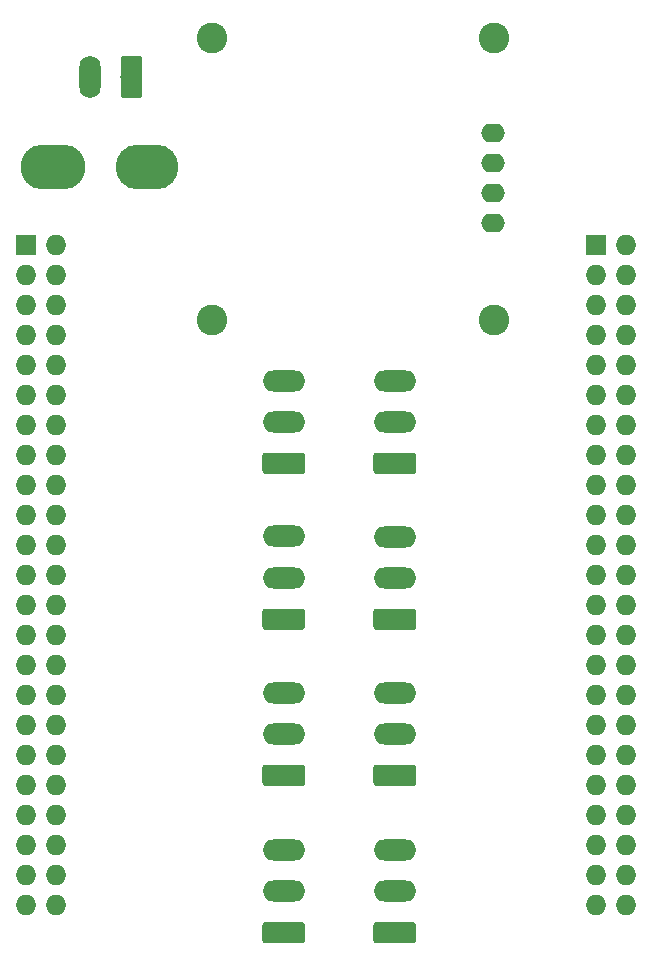
<source format=gbr>
%TF.GenerationSoftware,KiCad,Pcbnew,(5.1.4)-1*%
%TF.CreationDate,2021-10-25T09:14:50+02:00*%
%TF.ProjectId,bbb-diffcape,6262622d-6469-4666-9663-6170652e6b69,rev?*%
%TF.SameCoordinates,Original*%
%TF.FileFunction,Soldermask,Bot*%
%TF.FilePolarity,Negative*%
%FSLAX46Y46*%
G04 Gerber Fmt 4.6, Leading zero omitted, Abs format (unit mm)*
G04 Created by KiCad (PCBNEW (5.1.4)-1) date 2021-10-25 09:14:50*
%MOMM*%
%LPD*%
G04 APERTURE LIST*
%ADD10R,1.727200X1.727200*%
%ADD11O,1.727200X1.727200*%
%ADD12O,5.300000X3.800000*%
%ADD13O,5.500000X3.800000*%
%ADD14O,3.600000X1.800000*%
%ADD15C,0.100000*%
%ADD16C,1.800000*%
%ADD17O,1.800000X3.600000*%
%ADD18O,2.000000X1.600000*%
%ADD19C,2.600000*%
G04 APERTURE END LIST*
D10*
%TO.C,P8*%
X164630100Y-62382400D03*
D11*
X167170100Y-62382400D03*
X164630100Y-64922400D03*
X167170100Y-64922400D03*
X164630100Y-67462400D03*
X167170100Y-67462400D03*
X164630100Y-70002400D03*
X167170100Y-70002400D03*
X164630100Y-72542400D03*
X167170100Y-72542400D03*
X164630100Y-75082400D03*
X167170100Y-75082400D03*
X164630100Y-77622400D03*
X167170100Y-77622400D03*
X164630100Y-80162400D03*
X167170100Y-80162400D03*
X164630100Y-82702400D03*
X167170100Y-82702400D03*
X164630100Y-85242400D03*
X167170100Y-85242400D03*
X164630100Y-87782400D03*
X167170100Y-87782400D03*
X164630100Y-90322400D03*
X167170100Y-90322400D03*
X164630100Y-92862400D03*
X167170100Y-92862400D03*
X164630100Y-95402400D03*
X167170100Y-95402400D03*
X164630100Y-97942400D03*
X167170100Y-97942400D03*
X164630100Y-100482400D03*
X167170100Y-100482400D03*
X164630100Y-103022400D03*
X167170100Y-103022400D03*
X164630100Y-105562400D03*
X167170100Y-105562400D03*
X164630100Y-108102400D03*
X167170100Y-108102400D03*
X164630100Y-110642400D03*
X167170100Y-110642400D03*
X164630100Y-113182400D03*
X167170100Y-113182400D03*
X164630100Y-115722400D03*
X167170100Y-115722400D03*
X164630100Y-118262400D03*
X167170100Y-118262400D03*
%TD*%
D12*
%TO.C,F1*%
X126656100Y-55778400D03*
D13*
X118656100Y-55778400D03*
%TD*%
D14*
%TO.C,J9*%
X138214100Y-73868400D03*
X138214100Y-77368400D03*
D15*
G36*
X139788604Y-79969604D02*
G01*
X139812873Y-79973204D01*
X139836671Y-79979165D01*
X139859771Y-79987430D01*
X139881949Y-79997920D01*
X139902993Y-80010533D01*
X139922698Y-80025147D01*
X139940877Y-80041623D01*
X139957353Y-80059802D01*
X139971967Y-80079507D01*
X139984580Y-80100551D01*
X139995070Y-80122729D01*
X140003335Y-80145829D01*
X140009296Y-80169627D01*
X140012896Y-80193896D01*
X140014100Y-80218400D01*
X140014100Y-81518400D01*
X140012896Y-81542904D01*
X140009296Y-81567173D01*
X140003335Y-81590971D01*
X139995070Y-81614071D01*
X139984580Y-81636249D01*
X139971967Y-81657293D01*
X139957353Y-81676998D01*
X139940877Y-81695177D01*
X139922698Y-81711653D01*
X139902993Y-81726267D01*
X139881949Y-81738880D01*
X139859771Y-81749370D01*
X139836671Y-81757635D01*
X139812873Y-81763596D01*
X139788604Y-81767196D01*
X139764100Y-81768400D01*
X136664100Y-81768400D01*
X136639596Y-81767196D01*
X136615327Y-81763596D01*
X136591529Y-81757635D01*
X136568429Y-81749370D01*
X136546251Y-81738880D01*
X136525207Y-81726267D01*
X136505502Y-81711653D01*
X136487323Y-81695177D01*
X136470847Y-81676998D01*
X136456233Y-81657293D01*
X136443620Y-81636249D01*
X136433130Y-81614071D01*
X136424865Y-81590971D01*
X136418904Y-81567173D01*
X136415304Y-81542904D01*
X136414100Y-81518400D01*
X136414100Y-80218400D01*
X136415304Y-80193896D01*
X136418904Y-80169627D01*
X136424865Y-80145829D01*
X136433130Y-80122729D01*
X136443620Y-80100551D01*
X136456233Y-80079507D01*
X136470847Y-80059802D01*
X136487323Y-80041623D01*
X136505502Y-80025147D01*
X136525207Y-80010533D01*
X136546251Y-79997920D01*
X136568429Y-79987430D01*
X136591529Y-79979165D01*
X136615327Y-79973204D01*
X136639596Y-79969604D01*
X136664100Y-79968400D01*
X139764100Y-79968400D01*
X139788604Y-79969604D01*
X139788604Y-79969604D01*
G37*
D16*
X138214100Y-80868400D03*
%TD*%
D14*
%TO.C,J8*%
X147612100Y-73868400D03*
X147612100Y-77368400D03*
D15*
G36*
X149186604Y-79969604D02*
G01*
X149210873Y-79973204D01*
X149234671Y-79979165D01*
X149257771Y-79987430D01*
X149279949Y-79997920D01*
X149300993Y-80010533D01*
X149320698Y-80025147D01*
X149338877Y-80041623D01*
X149355353Y-80059802D01*
X149369967Y-80079507D01*
X149382580Y-80100551D01*
X149393070Y-80122729D01*
X149401335Y-80145829D01*
X149407296Y-80169627D01*
X149410896Y-80193896D01*
X149412100Y-80218400D01*
X149412100Y-81518400D01*
X149410896Y-81542904D01*
X149407296Y-81567173D01*
X149401335Y-81590971D01*
X149393070Y-81614071D01*
X149382580Y-81636249D01*
X149369967Y-81657293D01*
X149355353Y-81676998D01*
X149338877Y-81695177D01*
X149320698Y-81711653D01*
X149300993Y-81726267D01*
X149279949Y-81738880D01*
X149257771Y-81749370D01*
X149234671Y-81757635D01*
X149210873Y-81763596D01*
X149186604Y-81767196D01*
X149162100Y-81768400D01*
X146062100Y-81768400D01*
X146037596Y-81767196D01*
X146013327Y-81763596D01*
X145989529Y-81757635D01*
X145966429Y-81749370D01*
X145944251Y-81738880D01*
X145923207Y-81726267D01*
X145903502Y-81711653D01*
X145885323Y-81695177D01*
X145868847Y-81676998D01*
X145854233Y-81657293D01*
X145841620Y-81636249D01*
X145831130Y-81614071D01*
X145822865Y-81590971D01*
X145816904Y-81567173D01*
X145813304Y-81542904D01*
X145812100Y-81518400D01*
X145812100Y-80218400D01*
X145813304Y-80193896D01*
X145816904Y-80169627D01*
X145822865Y-80145829D01*
X145831130Y-80122729D01*
X145841620Y-80100551D01*
X145854233Y-80079507D01*
X145868847Y-80059802D01*
X145885323Y-80041623D01*
X145903502Y-80025147D01*
X145923207Y-80010533D01*
X145944251Y-79997920D01*
X145966429Y-79987430D01*
X145989529Y-79979165D01*
X146013327Y-79973204D01*
X146037596Y-79969604D01*
X146062100Y-79968400D01*
X149162100Y-79968400D01*
X149186604Y-79969604D01*
X149186604Y-79969604D01*
G37*
D16*
X147612100Y-80868400D03*
%TD*%
D14*
%TO.C,J7*%
X138214100Y-87068900D03*
X138214100Y-90568900D03*
D15*
G36*
X139788604Y-93170104D02*
G01*
X139812873Y-93173704D01*
X139836671Y-93179665D01*
X139859771Y-93187930D01*
X139881949Y-93198420D01*
X139902993Y-93211033D01*
X139922698Y-93225647D01*
X139940877Y-93242123D01*
X139957353Y-93260302D01*
X139971967Y-93280007D01*
X139984580Y-93301051D01*
X139995070Y-93323229D01*
X140003335Y-93346329D01*
X140009296Y-93370127D01*
X140012896Y-93394396D01*
X140014100Y-93418900D01*
X140014100Y-94718900D01*
X140012896Y-94743404D01*
X140009296Y-94767673D01*
X140003335Y-94791471D01*
X139995070Y-94814571D01*
X139984580Y-94836749D01*
X139971967Y-94857793D01*
X139957353Y-94877498D01*
X139940877Y-94895677D01*
X139922698Y-94912153D01*
X139902993Y-94926767D01*
X139881949Y-94939380D01*
X139859771Y-94949870D01*
X139836671Y-94958135D01*
X139812873Y-94964096D01*
X139788604Y-94967696D01*
X139764100Y-94968900D01*
X136664100Y-94968900D01*
X136639596Y-94967696D01*
X136615327Y-94964096D01*
X136591529Y-94958135D01*
X136568429Y-94949870D01*
X136546251Y-94939380D01*
X136525207Y-94926767D01*
X136505502Y-94912153D01*
X136487323Y-94895677D01*
X136470847Y-94877498D01*
X136456233Y-94857793D01*
X136443620Y-94836749D01*
X136433130Y-94814571D01*
X136424865Y-94791471D01*
X136418904Y-94767673D01*
X136415304Y-94743404D01*
X136414100Y-94718900D01*
X136414100Y-93418900D01*
X136415304Y-93394396D01*
X136418904Y-93370127D01*
X136424865Y-93346329D01*
X136433130Y-93323229D01*
X136443620Y-93301051D01*
X136456233Y-93280007D01*
X136470847Y-93260302D01*
X136487323Y-93242123D01*
X136505502Y-93225647D01*
X136525207Y-93211033D01*
X136546251Y-93198420D01*
X136568429Y-93187930D01*
X136591529Y-93179665D01*
X136615327Y-93173704D01*
X136639596Y-93170104D01*
X136664100Y-93168900D01*
X139764100Y-93168900D01*
X139788604Y-93170104D01*
X139788604Y-93170104D01*
G37*
D16*
X138214100Y-94068900D03*
%TD*%
D14*
%TO.C,J6*%
X147612100Y-87076400D03*
X147612100Y-90576400D03*
D15*
G36*
X149186604Y-93177604D02*
G01*
X149210873Y-93181204D01*
X149234671Y-93187165D01*
X149257771Y-93195430D01*
X149279949Y-93205920D01*
X149300993Y-93218533D01*
X149320698Y-93233147D01*
X149338877Y-93249623D01*
X149355353Y-93267802D01*
X149369967Y-93287507D01*
X149382580Y-93308551D01*
X149393070Y-93330729D01*
X149401335Y-93353829D01*
X149407296Y-93377627D01*
X149410896Y-93401896D01*
X149412100Y-93426400D01*
X149412100Y-94726400D01*
X149410896Y-94750904D01*
X149407296Y-94775173D01*
X149401335Y-94798971D01*
X149393070Y-94822071D01*
X149382580Y-94844249D01*
X149369967Y-94865293D01*
X149355353Y-94884998D01*
X149338877Y-94903177D01*
X149320698Y-94919653D01*
X149300993Y-94934267D01*
X149279949Y-94946880D01*
X149257771Y-94957370D01*
X149234671Y-94965635D01*
X149210873Y-94971596D01*
X149186604Y-94975196D01*
X149162100Y-94976400D01*
X146062100Y-94976400D01*
X146037596Y-94975196D01*
X146013327Y-94971596D01*
X145989529Y-94965635D01*
X145966429Y-94957370D01*
X145944251Y-94946880D01*
X145923207Y-94934267D01*
X145903502Y-94919653D01*
X145885323Y-94903177D01*
X145868847Y-94884998D01*
X145854233Y-94865293D01*
X145841620Y-94844249D01*
X145831130Y-94822071D01*
X145822865Y-94798971D01*
X145816904Y-94775173D01*
X145813304Y-94750904D01*
X145812100Y-94726400D01*
X145812100Y-93426400D01*
X145813304Y-93401896D01*
X145816904Y-93377627D01*
X145822865Y-93353829D01*
X145831130Y-93330729D01*
X145841620Y-93308551D01*
X145854233Y-93287507D01*
X145868847Y-93267802D01*
X145885323Y-93249623D01*
X145903502Y-93233147D01*
X145923207Y-93218533D01*
X145944251Y-93205920D01*
X145966429Y-93195430D01*
X145989529Y-93187165D01*
X146013327Y-93181204D01*
X146037596Y-93177604D01*
X146062100Y-93176400D01*
X149162100Y-93176400D01*
X149186604Y-93177604D01*
X149186604Y-93177604D01*
G37*
D16*
X147612100Y-94076400D03*
%TD*%
D14*
%TO.C,J5*%
X138214100Y-100284400D03*
X138214100Y-103784400D03*
D15*
G36*
X139788604Y-106385604D02*
G01*
X139812873Y-106389204D01*
X139836671Y-106395165D01*
X139859771Y-106403430D01*
X139881949Y-106413920D01*
X139902993Y-106426533D01*
X139922698Y-106441147D01*
X139940877Y-106457623D01*
X139957353Y-106475802D01*
X139971967Y-106495507D01*
X139984580Y-106516551D01*
X139995070Y-106538729D01*
X140003335Y-106561829D01*
X140009296Y-106585627D01*
X140012896Y-106609896D01*
X140014100Y-106634400D01*
X140014100Y-107934400D01*
X140012896Y-107958904D01*
X140009296Y-107983173D01*
X140003335Y-108006971D01*
X139995070Y-108030071D01*
X139984580Y-108052249D01*
X139971967Y-108073293D01*
X139957353Y-108092998D01*
X139940877Y-108111177D01*
X139922698Y-108127653D01*
X139902993Y-108142267D01*
X139881949Y-108154880D01*
X139859771Y-108165370D01*
X139836671Y-108173635D01*
X139812873Y-108179596D01*
X139788604Y-108183196D01*
X139764100Y-108184400D01*
X136664100Y-108184400D01*
X136639596Y-108183196D01*
X136615327Y-108179596D01*
X136591529Y-108173635D01*
X136568429Y-108165370D01*
X136546251Y-108154880D01*
X136525207Y-108142267D01*
X136505502Y-108127653D01*
X136487323Y-108111177D01*
X136470847Y-108092998D01*
X136456233Y-108073293D01*
X136443620Y-108052249D01*
X136433130Y-108030071D01*
X136424865Y-108006971D01*
X136418904Y-107983173D01*
X136415304Y-107958904D01*
X136414100Y-107934400D01*
X136414100Y-106634400D01*
X136415304Y-106609896D01*
X136418904Y-106585627D01*
X136424865Y-106561829D01*
X136433130Y-106538729D01*
X136443620Y-106516551D01*
X136456233Y-106495507D01*
X136470847Y-106475802D01*
X136487323Y-106457623D01*
X136505502Y-106441147D01*
X136525207Y-106426533D01*
X136546251Y-106413920D01*
X136568429Y-106403430D01*
X136591529Y-106395165D01*
X136615327Y-106389204D01*
X136639596Y-106385604D01*
X136664100Y-106384400D01*
X139764100Y-106384400D01*
X139788604Y-106385604D01*
X139788604Y-106385604D01*
G37*
D16*
X138214100Y-107284400D03*
%TD*%
D14*
%TO.C,J4*%
X147612100Y-100284400D03*
X147612100Y-103784400D03*
D15*
G36*
X149186604Y-106385604D02*
G01*
X149210873Y-106389204D01*
X149234671Y-106395165D01*
X149257771Y-106403430D01*
X149279949Y-106413920D01*
X149300993Y-106426533D01*
X149320698Y-106441147D01*
X149338877Y-106457623D01*
X149355353Y-106475802D01*
X149369967Y-106495507D01*
X149382580Y-106516551D01*
X149393070Y-106538729D01*
X149401335Y-106561829D01*
X149407296Y-106585627D01*
X149410896Y-106609896D01*
X149412100Y-106634400D01*
X149412100Y-107934400D01*
X149410896Y-107958904D01*
X149407296Y-107983173D01*
X149401335Y-108006971D01*
X149393070Y-108030071D01*
X149382580Y-108052249D01*
X149369967Y-108073293D01*
X149355353Y-108092998D01*
X149338877Y-108111177D01*
X149320698Y-108127653D01*
X149300993Y-108142267D01*
X149279949Y-108154880D01*
X149257771Y-108165370D01*
X149234671Y-108173635D01*
X149210873Y-108179596D01*
X149186604Y-108183196D01*
X149162100Y-108184400D01*
X146062100Y-108184400D01*
X146037596Y-108183196D01*
X146013327Y-108179596D01*
X145989529Y-108173635D01*
X145966429Y-108165370D01*
X145944251Y-108154880D01*
X145923207Y-108142267D01*
X145903502Y-108127653D01*
X145885323Y-108111177D01*
X145868847Y-108092998D01*
X145854233Y-108073293D01*
X145841620Y-108052249D01*
X145831130Y-108030071D01*
X145822865Y-108006971D01*
X145816904Y-107983173D01*
X145813304Y-107958904D01*
X145812100Y-107934400D01*
X145812100Y-106634400D01*
X145813304Y-106609896D01*
X145816904Y-106585627D01*
X145822865Y-106561829D01*
X145831130Y-106538729D01*
X145841620Y-106516551D01*
X145854233Y-106495507D01*
X145868847Y-106475802D01*
X145885323Y-106457623D01*
X145903502Y-106441147D01*
X145923207Y-106426533D01*
X145944251Y-106413920D01*
X145966429Y-106403430D01*
X145989529Y-106395165D01*
X146013327Y-106389204D01*
X146037596Y-106385604D01*
X146062100Y-106384400D01*
X149162100Y-106384400D01*
X149186604Y-106385604D01*
X149186604Y-106385604D01*
G37*
D16*
X147612100Y-107284400D03*
%TD*%
D14*
%TO.C,J3*%
X138214100Y-113619400D03*
X138214100Y-117119400D03*
D15*
G36*
X139788604Y-119720604D02*
G01*
X139812873Y-119724204D01*
X139836671Y-119730165D01*
X139859771Y-119738430D01*
X139881949Y-119748920D01*
X139902993Y-119761533D01*
X139922698Y-119776147D01*
X139940877Y-119792623D01*
X139957353Y-119810802D01*
X139971967Y-119830507D01*
X139984580Y-119851551D01*
X139995070Y-119873729D01*
X140003335Y-119896829D01*
X140009296Y-119920627D01*
X140012896Y-119944896D01*
X140014100Y-119969400D01*
X140014100Y-121269400D01*
X140012896Y-121293904D01*
X140009296Y-121318173D01*
X140003335Y-121341971D01*
X139995070Y-121365071D01*
X139984580Y-121387249D01*
X139971967Y-121408293D01*
X139957353Y-121427998D01*
X139940877Y-121446177D01*
X139922698Y-121462653D01*
X139902993Y-121477267D01*
X139881949Y-121489880D01*
X139859771Y-121500370D01*
X139836671Y-121508635D01*
X139812873Y-121514596D01*
X139788604Y-121518196D01*
X139764100Y-121519400D01*
X136664100Y-121519400D01*
X136639596Y-121518196D01*
X136615327Y-121514596D01*
X136591529Y-121508635D01*
X136568429Y-121500370D01*
X136546251Y-121489880D01*
X136525207Y-121477267D01*
X136505502Y-121462653D01*
X136487323Y-121446177D01*
X136470847Y-121427998D01*
X136456233Y-121408293D01*
X136443620Y-121387249D01*
X136433130Y-121365071D01*
X136424865Y-121341971D01*
X136418904Y-121318173D01*
X136415304Y-121293904D01*
X136414100Y-121269400D01*
X136414100Y-119969400D01*
X136415304Y-119944896D01*
X136418904Y-119920627D01*
X136424865Y-119896829D01*
X136433130Y-119873729D01*
X136443620Y-119851551D01*
X136456233Y-119830507D01*
X136470847Y-119810802D01*
X136487323Y-119792623D01*
X136505502Y-119776147D01*
X136525207Y-119761533D01*
X136546251Y-119748920D01*
X136568429Y-119738430D01*
X136591529Y-119730165D01*
X136615327Y-119724204D01*
X136639596Y-119720604D01*
X136664100Y-119719400D01*
X139764100Y-119719400D01*
X139788604Y-119720604D01*
X139788604Y-119720604D01*
G37*
D16*
X138214100Y-120619400D03*
%TD*%
D14*
%TO.C,J2*%
X147612100Y-113619400D03*
X147612100Y-117119400D03*
D15*
G36*
X149186604Y-119720604D02*
G01*
X149210873Y-119724204D01*
X149234671Y-119730165D01*
X149257771Y-119738430D01*
X149279949Y-119748920D01*
X149300993Y-119761533D01*
X149320698Y-119776147D01*
X149338877Y-119792623D01*
X149355353Y-119810802D01*
X149369967Y-119830507D01*
X149382580Y-119851551D01*
X149393070Y-119873729D01*
X149401335Y-119896829D01*
X149407296Y-119920627D01*
X149410896Y-119944896D01*
X149412100Y-119969400D01*
X149412100Y-121269400D01*
X149410896Y-121293904D01*
X149407296Y-121318173D01*
X149401335Y-121341971D01*
X149393070Y-121365071D01*
X149382580Y-121387249D01*
X149369967Y-121408293D01*
X149355353Y-121427998D01*
X149338877Y-121446177D01*
X149320698Y-121462653D01*
X149300993Y-121477267D01*
X149279949Y-121489880D01*
X149257771Y-121500370D01*
X149234671Y-121508635D01*
X149210873Y-121514596D01*
X149186604Y-121518196D01*
X149162100Y-121519400D01*
X146062100Y-121519400D01*
X146037596Y-121518196D01*
X146013327Y-121514596D01*
X145989529Y-121508635D01*
X145966429Y-121500370D01*
X145944251Y-121489880D01*
X145923207Y-121477267D01*
X145903502Y-121462653D01*
X145885323Y-121446177D01*
X145868847Y-121427998D01*
X145854233Y-121408293D01*
X145841620Y-121387249D01*
X145831130Y-121365071D01*
X145822865Y-121341971D01*
X145816904Y-121318173D01*
X145813304Y-121293904D01*
X145812100Y-121269400D01*
X145812100Y-119969400D01*
X145813304Y-119944896D01*
X145816904Y-119920627D01*
X145822865Y-119896829D01*
X145831130Y-119873729D01*
X145841620Y-119851551D01*
X145854233Y-119830507D01*
X145868847Y-119810802D01*
X145885323Y-119792623D01*
X145903502Y-119776147D01*
X145923207Y-119761533D01*
X145944251Y-119748920D01*
X145966429Y-119738430D01*
X145989529Y-119730165D01*
X146013327Y-119724204D01*
X146037596Y-119720604D01*
X146062100Y-119719400D01*
X149162100Y-119719400D01*
X149186604Y-119720604D01*
X149186604Y-119720604D01*
G37*
D16*
X147612100Y-120619400D03*
%TD*%
D17*
%TO.C,J1*%
X121823600Y-48158400D03*
D15*
G36*
X125998104Y-46359604D02*
G01*
X126022373Y-46363204D01*
X126046171Y-46369165D01*
X126069271Y-46377430D01*
X126091449Y-46387920D01*
X126112493Y-46400533D01*
X126132198Y-46415147D01*
X126150377Y-46431623D01*
X126166853Y-46449802D01*
X126181467Y-46469507D01*
X126194080Y-46490551D01*
X126204570Y-46512729D01*
X126212835Y-46535829D01*
X126218796Y-46559627D01*
X126222396Y-46583896D01*
X126223600Y-46608400D01*
X126223600Y-49708400D01*
X126222396Y-49732904D01*
X126218796Y-49757173D01*
X126212835Y-49780971D01*
X126204570Y-49804071D01*
X126194080Y-49826249D01*
X126181467Y-49847293D01*
X126166853Y-49866998D01*
X126150377Y-49885177D01*
X126132198Y-49901653D01*
X126112493Y-49916267D01*
X126091449Y-49928880D01*
X126069271Y-49939370D01*
X126046171Y-49947635D01*
X126022373Y-49953596D01*
X125998104Y-49957196D01*
X125973600Y-49958400D01*
X124673600Y-49958400D01*
X124649096Y-49957196D01*
X124624827Y-49953596D01*
X124601029Y-49947635D01*
X124577929Y-49939370D01*
X124555751Y-49928880D01*
X124534707Y-49916267D01*
X124515002Y-49901653D01*
X124496823Y-49885177D01*
X124480347Y-49866998D01*
X124465733Y-49847293D01*
X124453120Y-49826249D01*
X124442630Y-49804071D01*
X124434365Y-49780971D01*
X124428404Y-49757173D01*
X124424804Y-49732904D01*
X124423600Y-49708400D01*
X124423600Y-46608400D01*
X124424804Y-46583896D01*
X124428404Y-46559627D01*
X124434365Y-46535829D01*
X124442630Y-46512729D01*
X124453120Y-46490551D01*
X124465733Y-46469507D01*
X124480347Y-46449802D01*
X124496823Y-46431623D01*
X124515002Y-46415147D01*
X124534707Y-46400533D01*
X124555751Y-46387920D01*
X124577929Y-46377430D01*
X124601029Y-46369165D01*
X124624827Y-46363204D01*
X124649096Y-46359604D01*
X124673600Y-46358400D01*
X125973600Y-46358400D01*
X125998104Y-46359604D01*
X125998104Y-46359604D01*
G37*
D16*
X125323600Y-48158400D03*
%TD*%
D18*
%TO.C,Brd1*%
X155926100Y-60540400D03*
X155926100Y-58000400D03*
X155926100Y-52920400D03*
X155926100Y-55460400D03*
D19*
X155994100Y-68732400D03*
X155994100Y-44856400D03*
X132118100Y-44856400D03*
X132118100Y-68732400D03*
%TD*%
D10*
%TO.C,P9*%
X116370100Y-62382400D03*
D11*
X118910100Y-62382400D03*
X116370100Y-64922400D03*
X118910100Y-64922400D03*
X116370100Y-67462400D03*
X118910100Y-67462400D03*
X116370100Y-70002400D03*
X118910100Y-70002400D03*
X116370100Y-72542400D03*
X118910100Y-72542400D03*
X116370100Y-75082400D03*
X118910100Y-75082400D03*
X116370100Y-77622400D03*
X118910100Y-77622400D03*
X116370100Y-80162400D03*
X118910100Y-80162400D03*
X116370100Y-82702400D03*
X118910100Y-82702400D03*
X116370100Y-85242400D03*
X118910100Y-85242400D03*
X116370100Y-87782400D03*
X118910100Y-87782400D03*
X116370100Y-90322400D03*
X118910100Y-90322400D03*
X116370100Y-92862400D03*
X118910100Y-92862400D03*
X116370100Y-95402400D03*
X118910100Y-95402400D03*
X116370100Y-97942400D03*
X118910100Y-97942400D03*
X116370100Y-100482400D03*
X118910100Y-100482400D03*
X116370100Y-103022400D03*
X118910100Y-103022400D03*
X116370100Y-105562400D03*
X118910100Y-105562400D03*
X116370100Y-108102400D03*
X118910100Y-108102400D03*
X116370100Y-110642400D03*
X118910100Y-110642400D03*
X116370100Y-113182400D03*
X118910100Y-113182400D03*
X116370100Y-115722400D03*
X118910100Y-115722400D03*
X116370100Y-118262400D03*
X118910100Y-118262400D03*
%TD*%
M02*

</source>
